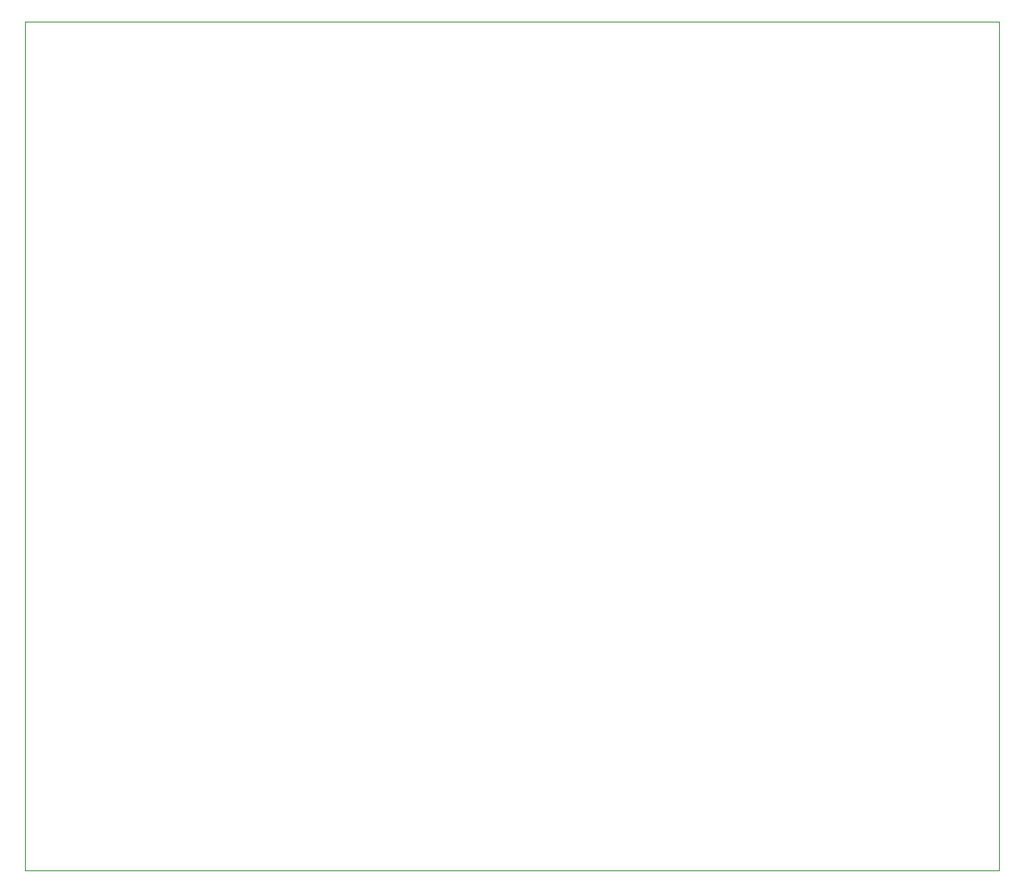
<source format=gbr>
%TF.GenerationSoftware,KiCad,Pcbnew,(6.0.6)*%
%TF.CreationDate,2022-08-14T22:29:34-04:00*%
%TF.ProjectId,raspberry_pi_wiring_harness,72617370-6265-4727-9279-5f70695f7769,rev?*%
%TF.SameCoordinates,Original*%
%TF.FileFunction,Profile,NP*%
%FSLAX46Y46*%
G04 Gerber Fmt 4.6, Leading zero omitted, Abs format (unit mm)*
G04 Created by KiCad (PCBNEW (6.0.6)) date 2022-08-14 22:29:34*
%MOMM*%
%LPD*%
G01*
G04 APERTURE LIST*
%TA.AperFunction,Profile*%
%ADD10C,0.100000*%
%TD*%
G04 APERTURE END LIST*
D10*
X50000000Y-50000000D02*
X149060000Y-50000000D01*
X149060000Y-50000000D02*
X149060000Y-136360000D01*
X149060000Y-136360000D02*
X50000000Y-136360000D01*
X50000000Y-136360000D02*
X50000000Y-50000000D01*
M02*

</source>
